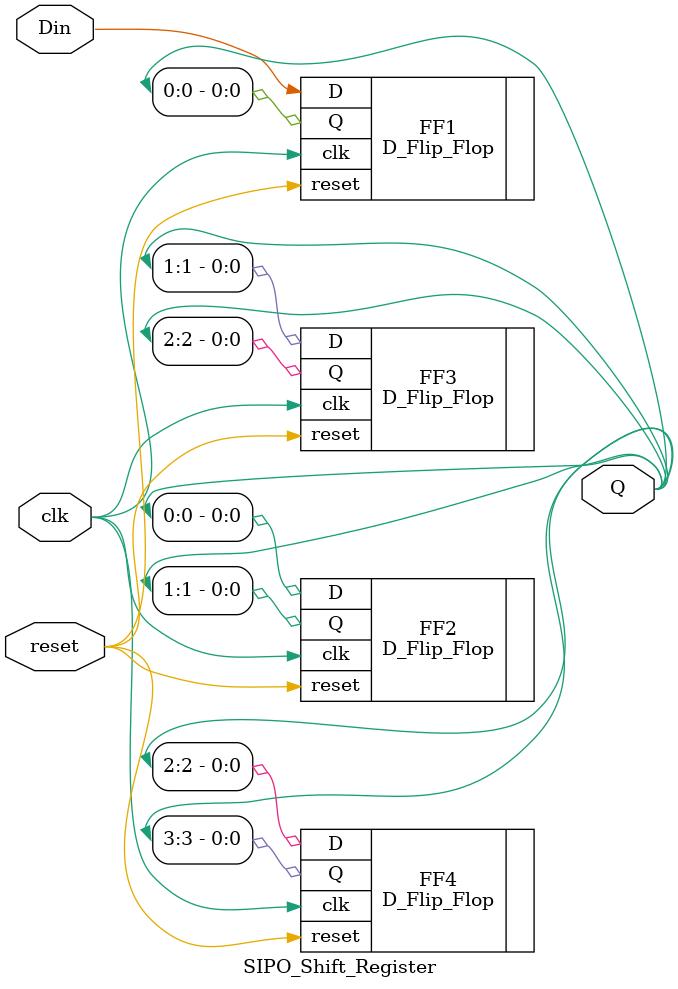
<source format=v>
module SIPO_Shift_Register(Din,clk,reset,Q);

input Din,clk,reset;
output[3:0]Q;

D_Flip_Flop FF1(.D(Din),.reset(reset),.clk(clk),.Q(Q[0]));

D_Flip_Flop FF2(.D(Q[0]),.reset(reset),.clk(clk),.Q(Q[1]));

D_Flip_Flop FF3(.D(Q[1]),.reset(reset),.clk(clk),.Q(Q[2]));

D_Flip_Flop FF4(.D(Q[2]),.reset(reset),.clk(clk),.Q(Q[3]));

endmodule

</source>
